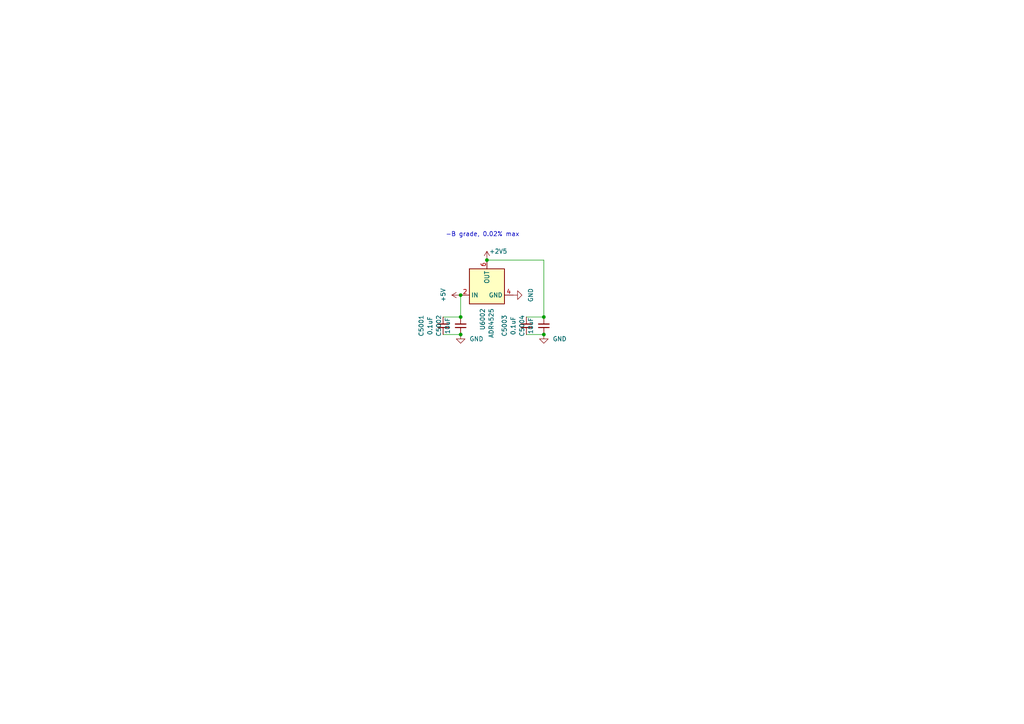
<source format=kicad_sch>
(kicad_sch (version 20231120) (generator "eeschema") (generator_version "8.0")
  (paper "A4")
  (lib_symbols
    (symbol "Device:C_Small" (pin_numbers hide) (pin_names (offset 0.254) hide)
      (property "Reference" "C" (at 0.254 1.778 0))
      (property "Value" "C_Small" (at 0.254 -2.032 0))
      (symbol "C_Small_0_1"
        (polyline (pts (xy -1.524 -0.508) (xy 1.524 -0.508)) (stroke (width 0.3302)))
        (polyline (pts (xy -1.524 0.508) (xy 1.524 0.508)) (stroke (width 0.3048)))
      )
      (symbol "C_Small_1_1"
        (pin passive line (at 0 2.54 270) (length 2.032) (name "~") (number "1"))
        (pin passive line (at 0 -2.54 90) (length 2.032) (name "~") (number "2"))
      )
    )
    (symbol "Reference_Voltage:ADR4525"
      (property "Reference" "U6002" (at -6.35 1.2701 0))
      (property "Value" "ADR4525" (at -6.35 -1.2699 0))
      (symbol "ADR4525_0_0"
        (pin no_connect line (at -5.08 0 0) (length 2.54) hide (name "NC") (number "3"))
        (pin no_connect line (at 5.08 2.54 180) (length 2.54) hide (name "NC") (number "7"))
        (pin no_connect line (at 5.08 -2.54 180) (length 2.54) hide (name "NC") (number "8"))
      )
      (symbol "ADR4525_0_1"
        (rectangle (start -5.08 5.08) (end 5.08 -5.08) (stroke (width 0.254)) (fill (type background)))
      )
      (symbol "ADR4525_1_1"
        (pin no_connect line (at -5.08 2.54 0) (length 2.54) hide (name "NC") (number "1"))
        (pin power_in line (at -2.54 7.62 270) (length 2.54) (name "IN") (number "2"))
        (pin power_in line (at -2.54 -7.62 90) (length 2.54) (name "GND") (number "4"))
        (pin no_connect line (at -5.08 -2.54 0) (length 2.54) hide (name "NC") (number "5"))
        (pin power_out line (at 7.62 0 180) (length 2.54) (name "OUT") (number "6"))
      )
    )
    (symbol "power:+2V5" (power) (pin_names (offset 0))
      (property "Value" "+2V5" (at 0 3.556 0))
      (symbol "+2V5_0_1"
        (polyline (pts (xy -0.762 1.27) (xy 0 2.54)))
        (polyline (pts (xy 0 0) (xy 0 2.54)))
        (polyline (pts (xy 0 2.54) (xy 0.762 1.27)))
      )
      (symbol "+2V5_1_1"
        (pin power_in line (at 0 0 90) (length 0) hide (name "+2V5") (number "1"))
      )
    )
    (symbol "power:+5V" (power) (pin_names (offset 0))
      (property "Value" "+5V" (at 0 3.556 0))
      (symbol "+5V_0_1"
        (polyline (pts (xy -0.762 1.27) (xy 0 2.54)))
        (polyline (pts (xy 0 0) (xy 0 2.54)))
        (polyline (pts (xy 0 2.54) (xy 0.762 1.27)))
      )
      (symbol "+5V_1_1"
        (pin power_in line (at 0 0 90) (length 0) hide (name "+5V") (number "1"))
      )
    )
    (symbol "power:GND" (power) (pin_names (offset 0))
      (property "Value" "GND" (at 0 -3.81 0))
      (symbol "GND_0_1"
        (polyline (pts (xy 0 0) (xy 0 -1.27) (xy 1.27 -1.27) (xy 0 -2.54) (xy -1.27 -1.27) (xy 0 -1.27)))
      )
      (symbol "GND_1_1"
        (pin power_in line (at 0 0 270) (length 0) hide (name "GND") (number "1"))
      )
    )
  )
  (junction (at 133.604 97.028))
  (junction (at 133.604 91.948))
  (junction (at 157.734 97.028))
  (junction (at 133.604 85.598))
  (junction (at 157.734 91.948))
  (junction (at 141.224 75.438))
  (wire (pts (xy 141.224 75.438) (xy 157.734 75.438)))
  (wire (pts (xy 152.654 97.028) (xy 157.734 97.028)))
  (wire (pts (xy 152.654 91.948) (xy 157.734 91.948)))
  (wire (pts (xy 157.734 75.438) (xy 157.734 91.948)))
  (wire (pts (xy 128.524 97.028) (xy 133.604 97.028)))
  (wire (pts (xy 133.604 85.598) (xy 133.604 91.948)))
  (wire (pts (xy 128.524 91.948) (xy 133.604 91.948)))
  (text "-B grade, 0.02% max" (at 139.954 68.072 0) (effects (font (size 1.27 1.27))))
  (symbol (lib_id "power:+2V5") (at 141.224 75.438 0) (unit 1)
    (property "Reference" "#PWR06056" (effects (hide yes)))
    (property "Value" "+2V5" (at 141.859 72.898 0) (effects (justify left)))
  )
  (symbol (lib_id "Device:C_Small") (at 128.524 94.488 180) (unit 1)
    (property "Reference" "C5001" (at 122.174 94.4817 90))
    (property "Value" "0.1uF" (at 124.714 94.4817 90))
    (property "Footprint" "Capacitor_SMD:C_0402_1005Metric" (effects (hide yes)))
    (instances (project "stm32h7_base" (path "" (reference "C5001") (unit 1))) (project "simplicity_analog_1" (path "" (reference "C6048") (unit 1))))
  )
  (symbol (lib_id "Reference_Voltage:ADR4525") (at 141.224 83.058 90) (unit 1)
    (property "Reference" "U6002" (at 139.9539 89.408 0) (effects (justify right)))
    (property "Value" "ADR4525" (at 142.4939 89.408 0) (effects (justify right)))
    (property "Footprint" "Package_SO:SOIC-8_3.9x4.9mm_P1.27mm" (effects (hide yes)))
    (property "Datasheet" "https://www.analog.com/media/en/technical-documentation/data-sheets/ADR4520_4525_4530_4533_4540_4550.pdf" (effects (hide yes)))
    (property "LCSC" "C403914" (effects (hide yes)))
  )
  (symbol (lib_id "power:GND") (at 148.844 85.598 90) (unit 1)
    (property "Reference" "#PWR06058" (effects (hide yes)))
    (property "Value" "GND" (at 153.924 85.598 0))
  )
  (symbol (lib_id "power:GND") (at 157.734 97.028 0) (unit 1)
    (property "Reference" "#PWR06059" (effects (hide yes)))
    (property "Value" "GND" (at 160.274 98.2979 0) (effects (justify left)))
  )
  (symbol (lib_id "Device:C_Small") (at 157.734 94.488 180) (unit 1)
    (property "Reference" "C5004" (at 151.384 94.4817 90))
    (property "Value" "10uF" (at 153.924 94.4817 90))
    (property "Footprint" "Capacitor_SMD:C_0603_1608Metric" (effects (hide yes)))
    (instances (project "stm32h7_base" (path "" (reference "C5004") (unit 1))) (project "simplicity_analog_1" (path "" (reference "C6051") (unit 1))))
  )
  (symbol (lib_id "Device:C_Small") (at 133.604 94.488 180) (unit 1)
    (property "Reference" "C5002" (at 127.254 94.4817 90))
    (property "Value" "10uF" (at 129.794 94.4817 90))
    (property "Footprint" "Capacitor_SMD:C_0603_1608Metric" (effects (hide yes)))
    (instances (project "stm32h7_base" (path "" (reference "C5002") (unit 1))) (project "simplicity_analog_1" (path "" (reference "C6049") (unit 1))))
  )
  (symbol (lib_id "power:+5V") (at 133.604 85.598 90) (unit 1)
    (property "Reference" "#PWR06008" (effects (hide yes)))
    (property "Value" "+5V" (at 128.524 85.598 0))
  )
  (symbol (lib_id "power:GND") (at 133.604 97.028 0) (unit 1)
    (property "Reference" "#PWR06010" (effects (hide yes)))
    (property "Value" "GND" (at 136.144 98.2979 0) (effects (justify left)))
  )
  (symbol (lib_id "Device:C_Small") (at 152.654 94.488 180) (unit 1)
    (property "Reference" "C5003" (at 146.304 94.4817 90))
    (property "Value" "0.1uF" (at 148.844 94.4817 90))
    (property "Footprint" "Capacitor_SMD:C_0402_1005Metric" (effects (hide yes)))
    (instances (project "stm32h7_base" (path "" (reference "C5003") (unit 1))) (project "simplicity_analog_1" (path "" (reference "C6050") (unit 1))))
  )
)
</source>
